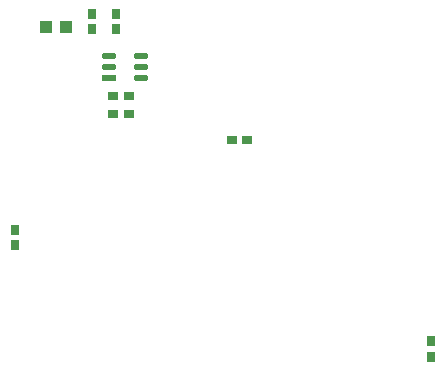
<source format=gbp>
G04 CAM350/DFMSTREAM V11.0 (Build 715) Date:  Thu Jan 31 17:36:41 2019 *
G04 Database: (Untitled) *
G04 Layer 5: pcb1-1 *
%FSTAX43Y43*%
%MOMM*%
%SFA1.000B1.000*%

%MIA0B0*%
%IPPOS*%
%ADD10R,0.70000X0.90000*%
%ADD11R,1.10000X1.00000*%
%ADD12R,0.90000X0.70000*%
%ADD14R,1.20000X0.55000*%
%ADD16O,1.20000X0.55000*%
%LNpcb1-1*%
%LPD*%
G54D10*
X0140614Y0141862D03*
Y0140562D03*
X0132079Y0123585D03*
Y0122285D03*
X0138582Y0140562D03*
Y0141862D03*
X0167299Y0112813D03*
Y0114113D03*
G54D11*
X0134684Y0140704D03*
X0136384D03*
G54D12*
X015047Y0131198D03*
X015177D03*
X014173Y0134883D03*
X014043D03*
X014173Y0133359D03*
X014043D03*
G54D14*
X0140064Y0136407D03*
G54D16*
Y0137357D03*
Y0138307D03*
X0142764Y0136407D03*
Y0137357D03*
Y0138307D03*
M02*

</source>
